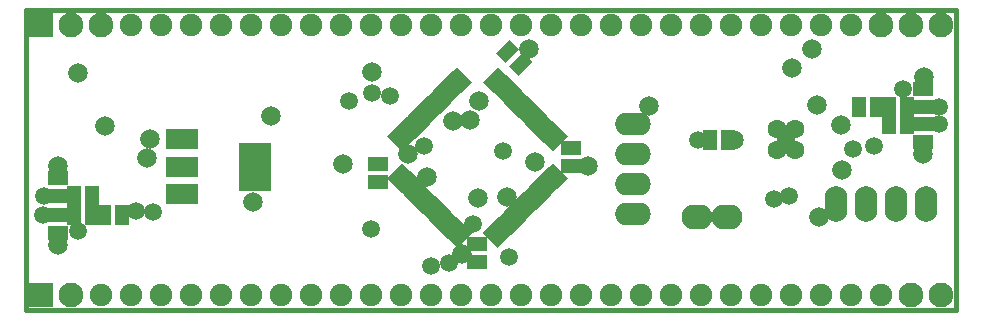
<source format=gbs>
G04 (created by PCBNEW-RS274X (2010-03-14)-final) date Tue 05 Apr 2011 06:41:08 PM CEST*
G01*
G70*
G90*
%MOIN*%
G04 Gerber Fmt 3.4, Leading zero omitted, Abs format*
%FSLAX34Y34*%
G04 APERTURE LIST*
%ADD10C,0.006000*%
%ADD11C,0.015000*%
%ADD12O,0.118400X0.076000*%
%ADD13O,0.076000X0.118400*%
%ADD14C,0.059400*%
%ADD15R,0.045000X0.065000*%
%ADD16R,0.065000X0.045000*%
%ADD17R,0.108000X0.068000*%
%ADD18R,0.106600X0.161700*%
%ADD19O,0.102700X0.083000*%
%ADD20C,0.082600*%
%ADD21C,0.075100*%
%ADD22R,0.083000X0.083000*%
%ADD23C,0.063300*%
%ADD24C,0.065300*%
G04 APERTURE END LIST*
G54D10*
G54D11*
X36500Y-28000D02*
X36500Y-18000D01*
X67500Y-28000D02*
X36500Y-28000D01*
X67500Y-18000D02*
X67500Y-28000D01*
X36500Y-18000D02*
X67500Y-18000D01*
G54D12*
X56745Y-21810D03*
X56745Y-22810D03*
X56745Y-23810D03*
X56745Y-24810D03*
G54D13*
X63520Y-24460D03*
X64520Y-24460D03*
X65520Y-24460D03*
X66520Y-24460D03*
G54D10*
G36*
X49465Y-22297D02*
X48962Y-21794D01*
X49201Y-21555D01*
X49704Y-22058D01*
X49465Y-22297D01*
X49465Y-22297D01*
G37*
G36*
X49604Y-22157D02*
X49101Y-21654D01*
X49340Y-21415D01*
X49843Y-21918D01*
X49604Y-22157D01*
X49604Y-22157D01*
G37*
G36*
X49743Y-22018D02*
X49240Y-21515D01*
X49479Y-21276D01*
X49982Y-21779D01*
X49743Y-22018D01*
X49743Y-22018D01*
G37*
G36*
X49883Y-21879D02*
X49380Y-21376D01*
X49619Y-21137D01*
X50122Y-21640D01*
X49883Y-21879D01*
X49883Y-21879D01*
G37*
G36*
X50022Y-21739D02*
X49519Y-21236D01*
X49758Y-20997D01*
X50261Y-21500D01*
X50022Y-21739D01*
X50022Y-21739D01*
G37*
G36*
X49047Y-22714D02*
X48544Y-22211D01*
X48783Y-21972D01*
X49286Y-22475D01*
X49047Y-22714D01*
X49047Y-22714D01*
G37*
G36*
X49186Y-22575D02*
X48683Y-22072D01*
X48922Y-21833D01*
X49425Y-22336D01*
X49186Y-22575D01*
X49186Y-22575D01*
G37*
G36*
X49325Y-22436D02*
X48822Y-21933D01*
X49061Y-21694D01*
X49564Y-22197D01*
X49325Y-22436D01*
X49325Y-22436D01*
G37*
G36*
X51985Y-20626D02*
X51746Y-20387D01*
X52249Y-19884D01*
X52488Y-20123D01*
X51985Y-20626D01*
X51985Y-20626D01*
G37*
G36*
X52124Y-20765D02*
X51885Y-20526D01*
X52388Y-20023D01*
X52627Y-20262D01*
X52124Y-20765D01*
X52124Y-20765D01*
G37*
G36*
X52263Y-20904D02*
X52024Y-20665D01*
X52527Y-20162D01*
X52766Y-20401D01*
X52263Y-20904D01*
X52263Y-20904D01*
G37*
G36*
X52402Y-21044D02*
X52163Y-20805D01*
X52666Y-20302D01*
X52905Y-20541D01*
X52402Y-21044D01*
X52402Y-21044D01*
G37*
G36*
X52542Y-21183D02*
X52303Y-20944D01*
X52806Y-20441D01*
X53045Y-20680D01*
X52542Y-21183D01*
X52542Y-21183D01*
G37*
G36*
X52681Y-21322D02*
X52442Y-21083D01*
X52945Y-20580D01*
X53184Y-20819D01*
X52681Y-21322D01*
X52681Y-21322D01*
G37*
G36*
X52820Y-21462D02*
X52581Y-21223D01*
X53084Y-20720D01*
X53323Y-20959D01*
X52820Y-21462D01*
X52820Y-21462D01*
G37*
G36*
X52960Y-21601D02*
X52721Y-21362D01*
X53224Y-20859D01*
X53463Y-21098D01*
X52960Y-21601D01*
X52960Y-21601D01*
G37*
G36*
X54337Y-23828D02*
X53834Y-23325D01*
X54073Y-23086D01*
X54576Y-23589D01*
X54337Y-23828D01*
X54337Y-23828D01*
G37*
G36*
X54198Y-23967D02*
X53695Y-23464D01*
X53934Y-23225D01*
X54437Y-23728D01*
X54198Y-23967D01*
X54198Y-23967D01*
G37*
G36*
X54059Y-24106D02*
X53556Y-23603D01*
X53795Y-23364D01*
X54298Y-23867D01*
X54059Y-24106D01*
X54059Y-24106D01*
G37*
G36*
X53919Y-24245D02*
X53416Y-23742D01*
X53655Y-23503D01*
X54158Y-24006D01*
X53919Y-24245D01*
X53919Y-24245D01*
G37*
G36*
X53780Y-24385D02*
X53277Y-23882D01*
X53516Y-23643D01*
X54019Y-24146D01*
X53780Y-24385D01*
X53780Y-24385D01*
G37*
G36*
X53641Y-24524D02*
X53138Y-24021D01*
X53377Y-23782D01*
X53880Y-24285D01*
X53641Y-24524D01*
X53641Y-24524D01*
G37*
G36*
X53501Y-24663D02*
X52998Y-24160D01*
X53237Y-23921D01*
X53740Y-24424D01*
X53501Y-24663D01*
X53501Y-24663D01*
G37*
G36*
X53362Y-24803D02*
X52859Y-24300D01*
X53098Y-24061D01*
X53601Y-24564D01*
X53362Y-24803D01*
X53362Y-24803D01*
G37*
G36*
X50871Y-25916D02*
X50632Y-25677D01*
X51135Y-25174D01*
X51374Y-25413D01*
X50871Y-25916D01*
X50871Y-25916D01*
G37*
G36*
X50732Y-25777D02*
X50493Y-25538D01*
X50996Y-25035D01*
X51235Y-25274D01*
X50732Y-25777D01*
X50732Y-25777D01*
G37*
G36*
X50593Y-25638D02*
X50354Y-25399D01*
X50857Y-24896D01*
X51096Y-25135D01*
X50593Y-25638D01*
X50593Y-25638D01*
G37*
G36*
X50454Y-25498D02*
X50215Y-25259D01*
X50718Y-24756D01*
X50957Y-24995D01*
X50454Y-25498D01*
X50454Y-25498D01*
G37*
G36*
X50314Y-25359D02*
X50075Y-25120D01*
X50578Y-24617D01*
X50817Y-24856D01*
X50314Y-25359D01*
X50314Y-25359D01*
G37*
G36*
X50175Y-25220D02*
X49936Y-24981D01*
X50439Y-24478D01*
X50678Y-24717D01*
X50175Y-25220D01*
X50175Y-25220D01*
G37*
G36*
X50036Y-25080D02*
X49797Y-24841D01*
X50300Y-24338D01*
X50539Y-24577D01*
X50036Y-25080D01*
X50036Y-25080D01*
G37*
G36*
X49896Y-24941D02*
X49657Y-24702D01*
X50160Y-24199D01*
X50399Y-24438D01*
X49896Y-24941D01*
X49896Y-24941D01*
G37*
G36*
X50160Y-21601D02*
X49657Y-21098D01*
X49896Y-20859D01*
X50399Y-21362D01*
X50160Y-21601D01*
X50160Y-21601D01*
G37*
G36*
X50300Y-21462D02*
X49797Y-20959D01*
X50036Y-20720D01*
X50539Y-21223D01*
X50300Y-21462D01*
X50300Y-21462D01*
G37*
G36*
X50439Y-21322D02*
X49936Y-20819D01*
X50175Y-20580D01*
X50678Y-21083D01*
X50439Y-21322D01*
X50439Y-21322D01*
G37*
G36*
X53098Y-21739D02*
X52859Y-21500D01*
X53362Y-20997D01*
X53601Y-21236D01*
X53098Y-21739D01*
X53098Y-21739D01*
G37*
G36*
X53237Y-21879D02*
X52998Y-21640D01*
X53501Y-21137D01*
X53740Y-21376D01*
X53237Y-21879D01*
X53237Y-21879D01*
G37*
G36*
X53377Y-22018D02*
X53138Y-21779D01*
X53641Y-21276D01*
X53880Y-21515D01*
X53377Y-22018D01*
X53377Y-22018D01*
G37*
G36*
X53224Y-24941D02*
X52721Y-24438D01*
X52960Y-24199D01*
X53463Y-24702D01*
X53224Y-24941D01*
X53224Y-24941D01*
G37*
G36*
X53084Y-25080D02*
X52581Y-24577D01*
X52820Y-24338D01*
X53323Y-24841D01*
X53084Y-25080D01*
X53084Y-25080D01*
G37*
G36*
X52945Y-25220D02*
X52442Y-24717D01*
X52681Y-24478D01*
X53184Y-24981D01*
X52945Y-25220D01*
X52945Y-25220D01*
G37*
G36*
X49758Y-24803D02*
X49519Y-24564D01*
X50022Y-24061D01*
X50261Y-24300D01*
X49758Y-24803D01*
X49758Y-24803D01*
G37*
G36*
X49619Y-24663D02*
X49380Y-24424D01*
X49883Y-23921D01*
X50122Y-24160D01*
X49619Y-24663D01*
X49619Y-24663D01*
G37*
G36*
X49479Y-24524D02*
X49240Y-24285D01*
X49743Y-23782D01*
X49982Y-24021D01*
X49479Y-24524D01*
X49479Y-24524D01*
G37*
G36*
X50578Y-21183D02*
X50075Y-20680D01*
X50314Y-20441D01*
X50817Y-20944D01*
X50578Y-21183D01*
X50578Y-21183D01*
G37*
G36*
X50718Y-21044D02*
X50215Y-20541D01*
X50454Y-20302D01*
X50957Y-20805D01*
X50718Y-21044D01*
X50718Y-21044D01*
G37*
G36*
X50857Y-20904D02*
X50354Y-20401D01*
X50593Y-20162D01*
X51096Y-20665D01*
X50857Y-20904D01*
X50857Y-20904D01*
G37*
G36*
X50996Y-20765D02*
X50493Y-20262D01*
X50732Y-20023D01*
X51235Y-20526D01*
X50996Y-20765D01*
X50996Y-20765D01*
G37*
G36*
X51135Y-20626D02*
X50632Y-20123D01*
X50871Y-19884D01*
X51374Y-20387D01*
X51135Y-20626D01*
X51135Y-20626D01*
G37*
G36*
X53516Y-22157D02*
X53277Y-21918D01*
X53780Y-21415D01*
X54019Y-21654D01*
X53516Y-22157D01*
X53516Y-22157D01*
G37*
G36*
X53655Y-22297D02*
X53416Y-22058D01*
X53919Y-21555D01*
X54158Y-21794D01*
X53655Y-22297D01*
X53655Y-22297D01*
G37*
G36*
X53795Y-22436D02*
X53556Y-22197D01*
X54059Y-21694D01*
X54298Y-21933D01*
X53795Y-22436D01*
X53795Y-22436D01*
G37*
G36*
X53934Y-22575D02*
X53695Y-22336D01*
X54198Y-21833D01*
X54437Y-22072D01*
X53934Y-22575D01*
X53934Y-22575D01*
G37*
G36*
X54073Y-22714D02*
X53834Y-22475D01*
X54337Y-21972D01*
X54576Y-22211D01*
X54073Y-22714D01*
X54073Y-22714D01*
G37*
G36*
X52806Y-25359D02*
X52303Y-24856D01*
X52542Y-24617D01*
X53045Y-25120D01*
X52806Y-25359D01*
X52806Y-25359D01*
G37*
G36*
X52666Y-25498D02*
X52163Y-24995D01*
X52402Y-24756D01*
X52905Y-25259D01*
X52666Y-25498D01*
X52666Y-25498D01*
G37*
G36*
X52527Y-25638D02*
X52024Y-25135D01*
X52263Y-24896D01*
X52766Y-25399D01*
X52527Y-25638D01*
X52527Y-25638D01*
G37*
G36*
X52388Y-25777D02*
X51885Y-25274D01*
X52124Y-25035D01*
X52627Y-25538D01*
X52388Y-25777D01*
X52388Y-25777D01*
G37*
G36*
X52249Y-25916D02*
X51746Y-25413D01*
X51985Y-25174D01*
X52488Y-25677D01*
X52249Y-25916D01*
X52249Y-25916D01*
G37*
G36*
X49340Y-24385D02*
X49101Y-24146D01*
X49604Y-23643D01*
X49843Y-23882D01*
X49340Y-24385D01*
X49340Y-24385D01*
G37*
G36*
X49201Y-24245D02*
X48962Y-24006D01*
X49465Y-23503D01*
X49704Y-23742D01*
X49201Y-24245D01*
X49201Y-24245D01*
G37*
G36*
X49061Y-24106D02*
X48822Y-23867D01*
X49325Y-23364D01*
X49564Y-23603D01*
X49061Y-24106D01*
X49061Y-24106D01*
G37*
G36*
X48922Y-23967D02*
X48683Y-23728D01*
X49186Y-23225D01*
X49425Y-23464D01*
X48922Y-23967D01*
X48922Y-23967D01*
G37*
G36*
X48783Y-23828D02*
X48544Y-23589D01*
X49047Y-23086D01*
X49286Y-23325D01*
X48783Y-23828D01*
X48783Y-23828D01*
G37*
G54D14*
X65756Y-20634D03*
X38244Y-25366D03*
G54D15*
X64280Y-21240D03*
X64880Y-21240D03*
X65280Y-21240D03*
X65880Y-21240D03*
X65280Y-21780D03*
X65880Y-21780D03*
X39720Y-24820D03*
X39120Y-24820D03*
X38700Y-24820D03*
X38100Y-24820D03*
X38700Y-24180D03*
X38100Y-24180D03*
X59900Y-22320D03*
X59300Y-22320D03*
G54D16*
X66420Y-21240D03*
X66420Y-20640D03*
X66420Y-21780D03*
X66420Y-22380D03*
X37580Y-24820D03*
X37580Y-25420D03*
X37580Y-24180D03*
X37580Y-23580D03*
G54D10*
G36*
X53381Y-19721D02*
X52921Y-20181D01*
X52603Y-19863D01*
X53063Y-19403D01*
X53381Y-19721D01*
X53381Y-19721D01*
G37*
G36*
X52957Y-19297D02*
X52497Y-19757D01*
X52179Y-19439D01*
X52639Y-18979D01*
X52957Y-19297D01*
X52957Y-19297D01*
G37*
G54D16*
X48240Y-23140D03*
X48240Y-23740D03*
X54690Y-22580D03*
X54690Y-23180D03*
X51560Y-25780D03*
X51560Y-26380D03*
G54D17*
X41720Y-24130D03*
X41720Y-23220D03*
X41720Y-22310D03*
G54D18*
X44160Y-23220D03*
G54D19*
X58870Y-24890D03*
X59870Y-24890D03*
G54D20*
X67000Y-27500D03*
G54D21*
X58000Y-27500D03*
X63000Y-27500D03*
X59000Y-27500D03*
X60000Y-27500D03*
X61000Y-27500D03*
X62000Y-27500D03*
X64000Y-27500D03*
X65000Y-27500D03*
G54D20*
X66000Y-27500D03*
G54D21*
X51000Y-27500D03*
X50000Y-27500D03*
X49000Y-27500D03*
X48000Y-27500D03*
X52000Y-27500D03*
X57000Y-27500D03*
X53000Y-27500D03*
X54000Y-27500D03*
X55000Y-27500D03*
X56000Y-27500D03*
X46000Y-27500D03*
X45000Y-27500D03*
X44000Y-27500D03*
X43000Y-27500D03*
X47000Y-27500D03*
G54D22*
X37000Y-27500D03*
G54D21*
X42000Y-27500D03*
G54D20*
X38000Y-27500D03*
G54D21*
X39000Y-27500D03*
X40000Y-27500D03*
X41000Y-27500D03*
G54D20*
X67000Y-18500D03*
G54D21*
X58000Y-18500D03*
X63000Y-18500D03*
X59000Y-18500D03*
X60000Y-18500D03*
X61000Y-18500D03*
X62000Y-18500D03*
X64000Y-18500D03*
G54D20*
X65000Y-18500D03*
X66000Y-18500D03*
G54D21*
X51000Y-18500D03*
X50000Y-18500D03*
X49000Y-18500D03*
X48000Y-18500D03*
X52000Y-18500D03*
X57000Y-18500D03*
X53000Y-18500D03*
X54000Y-18500D03*
X55000Y-18500D03*
X56000Y-18500D03*
X46000Y-18500D03*
X45000Y-18500D03*
X44000Y-18500D03*
X43000Y-18500D03*
X47000Y-18500D03*
G54D22*
X37000Y-18500D03*
G54D21*
X42000Y-18500D03*
G54D20*
X38000Y-18500D03*
X39000Y-18500D03*
G54D21*
X40000Y-18500D03*
X41000Y-18500D03*
G54D23*
X61560Y-21972D03*
X61860Y-22320D03*
X62160Y-22677D03*
X62160Y-21972D03*
X61560Y-22677D03*
G54D14*
X48020Y-25300D03*
G54D24*
X62950Y-24910D03*
X53470Y-23075D03*
X55240Y-23200D03*
X52540Y-24220D03*
X57275Y-21205D03*
X48050Y-20050D03*
X49255Y-22805D03*
X51610Y-21040D03*
X40540Y-22940D03*
X62030Y-19945D03*
X39135Y-21860D03*
X38260Y-20100D03*
X49875Y-23555D03*
X62700Y-19280D03*
X66440Y-20220D03*
X66420Y-22780D03*
X37580Y-25815D03*
X37585Y-23200D03*
X44080Y-24380D03*
G54D14*
X48060Y-20768D03*
X47265Y-21035D03*
X48642Y-20862D03*
X52620Y-26220D03*
X50600Y-26440D03*
X50000Y-26540D03*
X49770Y-22520D03*
X51400Y-25120D03*
X52420Y-22690D03*
X61440Y-24290D03*
X64080Y-22640D03*
X64780Y-22520D03*
X40180Y-24700D03*
X40740Y-24720D03*
X61950Y-24200D03*
G54D24*
X40640Y-22300D03*
X51060Y-26120D03*
X51580Y-24260D03*
X47075Y-23130D03*
X53280Y-19300D03*
X51315Y-21675D03*
X44680Y-21520D03*
X63720Y-23340D03*
X63690Y-21830D03*
X60120Y-22322D03*
X62875Y-21150D03*
X50740Y-21685D03*
G54D14*
X58900Y-22320D03*
X37080Y-24820D03*
X37100Y-24180D03*
X66940Y-21240D03*
X66940Y-21780D03*
M02*

</source>
